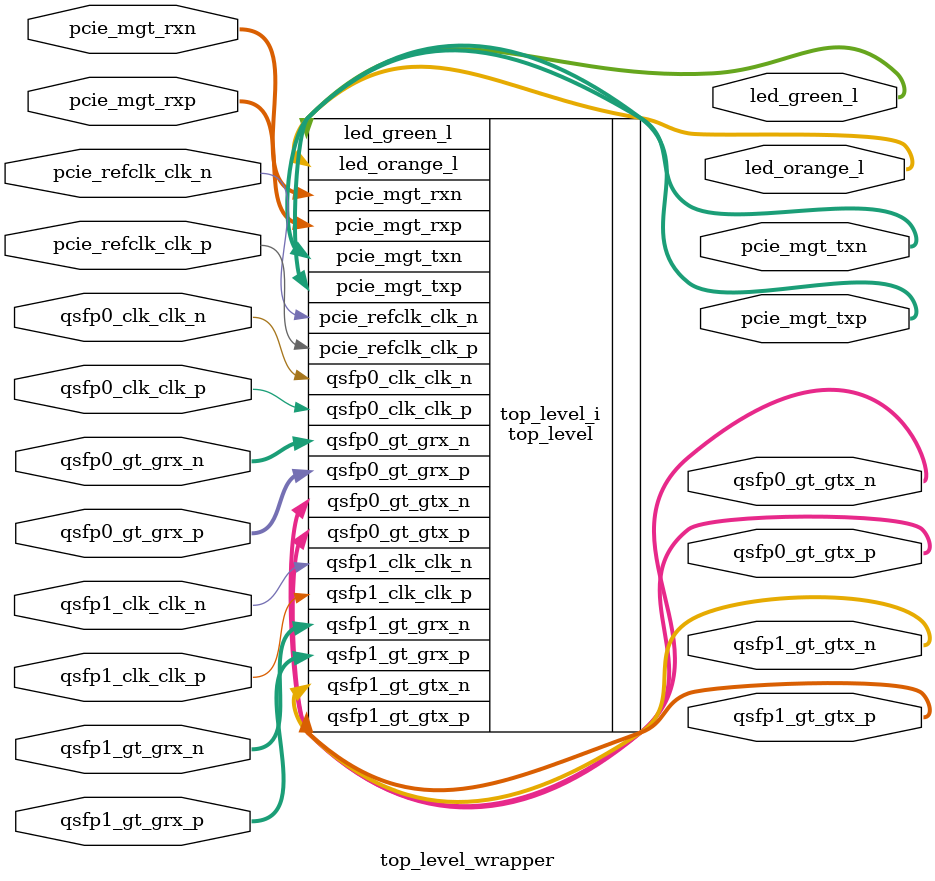
<source format=v>
`timescale 1 ps / 1 ps

module top_level_wrapper
   (led_green_l,
    led_orange_l,
    pcie_mgt_rxn,
    pcie_mgt_rxp,
    pcie_mgt_txn,
    pcie_mgt_txp,
    pcie_refclk_clk_n,
    pcie_refclk_clk_p,
    qsfp0_clk_clk_n,
    qsfp0_clk_clk_p,
    qsfp0_gt_grx_n,
    qsfp0_gt_grx_p,
    qsfp0_gt_gtx_n,
    qsfp0_gt_gtx_p,
    qsfp1_clk_clk_n,
    qsfp1_clk_clk_p,
    qsfp1_gt_grx_n,
    qsfp1_gt_grx_p,
    qsfp1_gt_gtx_n,
    qsfp1_gt_gtx_p);
  output [3:0]led_green_l;
  output [3:0]led_orange_l;
  input [15:0]pcie_mgt_rxn;
  input [15:0]pcie_mgt_rxp;
  output [15:0]pcie_mgt_txn;
  output [15:0]pcie_mgt_txp;
  input [0:0]pcie_refclk_clk_n;
  input [0:0]pcie_refclk_clk_p;
  input qsfp0_clk_clk_n;
  input qsfp0_clk_clk_p;
  input [3:0]qsfp0_gt_grx_n;
  input [3:0]qsfp0_gt_grx_p;
  output [3:0]qsfp0_gt_gtx_n;
  output [3:0]qsfp0_gt_gtx_p;
  input qsfp1_clk_clk_n;
  input qsfp1_clk_clk_p;
  input [3:0]qsfp1_gt_grx_n;
  input [3:0]qsfp1_gt_grx_p;
  output [3:0]qsfp1_gt_gtx_n;
  output [3:0]qsfp1_gt_gtx_p;

  wire [3:0]led_green_l;
  wire [3:0]led_orange_l;
  wire [15:0]pcie_mgt_rxn;
  wire [15:0]pcie_mgt_rxp;
  wire [15:0]pcie_mgt_txn;
  wire [15:0]pcie_mgt_txp;
  wire [0:0]pcie_refclk_clk_n;
  wire [0:0]pcie_refclk_clk_p;
  wire qsfp0_clk_clk_n;
  wire qsfp0_clk_clk_p;
  wire [3:0]qsfp0_gt_grx_n;
  wire [3:0]qsfp0_gt_grx_p;
  wire [3:0]qsfp0_gt_gtx_n;
  wire [3:0]qsfp0_gt_gtx_p;
  wire qsfp1_clk_clk_n;
  wire qsfp1_clk_clk_p;
  wire [3:0]qsfp1_gt_grx_n;
  wire [3:0]qsfp1_gt_grx_p;
  wire [3:0]qsfp1_gt_gtx_n;
  wire [3:0]qsfp1_gt_gtx_p;

  top_level top_level_i
       (.led_green_l(led_green_l),
        .led_orange_l(led_orange_l),
        .pcie_mgt_rxn(pcie_mgt_rxn),
        .pcie_mgt_rxp(pcie_mgt_rxp),
        .pcie_mgt_txn(pcie_mgt_txn),
        .pcie_mgt_txp(pcie_mgt_txp),
        .pcie_refclk_clk_n(pcie_refclk_clk_n),
        .pcie_refclk_clk_p(pcie_refclk_clk_p),
        .qsfp0_clk_clk_n(qsfp0_clk_clk_n),
        .qsfp0_clk_clk_p(qsfp0_clk_clk_p),
        .qsfp0_gt_grx_n(qsfp0_gt_grx_n),
        .qsfp0_gt_grx_p(qsfp0_gt_grx_p),
        .qsfp0_gt_gtx_n(qsfp0_gt_gtx_n),
        .qsfp0_gt_gtx_p(qsfp0_gt_gtx_p),
        .qsfp1_clk_clk_n(qsfp1_clk_clk_n),
        .qsfp1_clk_clk_p(qsfp1_clk_clk_p),
        .qsfp1_gt_grx_n(qsfp1_gt_grx_n),
        .qsfp1_gt_grx_p(qsfp1_gt_grx_p),
        .qsfp1_gt_gtx_n(qsfp1_gt_gtx_n),
        .qsfp1_gt_gtx_p(qsfp1_gt_gtx_p));
endmodule

</source>
